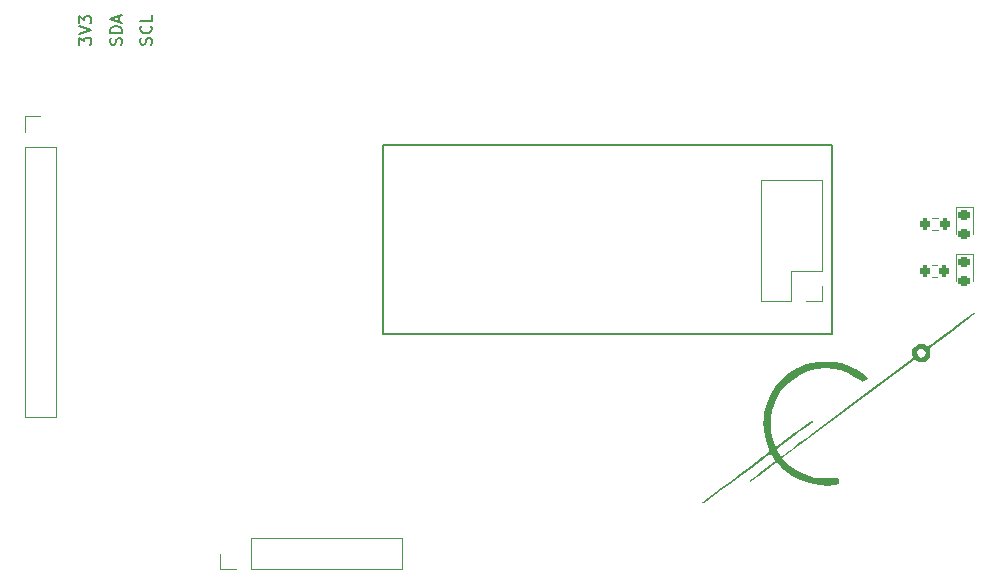
<source format=gto>
G04 #@! TF.GenerationSoftware,KiCad,Pcbnew,7.0.8*
G04 #@! TF.CreationDate,2023-10-30T18:50:45+02:00*
G04 #@! TF.ProjectId,CubeSAT,43756265-5341-4542-9e6b-696361645f70,rev?*
G04 #@! TF.SameCoordinates,Original*
G04 #@! TF.FileFunction,Legend,Top*
G04 #@! TF.FilePolarity,Positive*
%FSLAX46Y46*%
G04 Gerber Fmt 4.6, Leading zero omitted, Abs format (unit mm)*
G04 Created by KiCad (PCBNEW 7.0.8) date 2023-10-30 18:50:45*
%MOMM*%
%LPD*%
G01*
G04 APERTURE LIST*
G04 Aperture macros list*
%AMRoundRect*
0 Rectangle with rounded corners*
0 $1 Rounding radius*
0 $2 $3 $4 $5 $6 $7 $8 $9 X,Y pos of 4 corners*
0 Add a 4 corners polygon primitive as box body*
4,1,4,$2,$3,$4,$5,$6,$7,$8,$9,$2,$3,0*
0 Add four circle primitives for the rounded corners*
1,1,$1+$1,$2,$3*
1,1,$1+$1,$4,$5*
1,1,$1+$1,$6,$7*
1,1,$1+$1,$8,$9*
0 Add four rect primitives between the rounded corners*
20,1,$1+$1,$2,$3,$4,$5,0*
20,1,$1+$1,$4,$5,$6,$7,0*
20,1,$1+$1,$6,$7,$8,$9,0*
20,1,$1+$1,$8,$9,$2,$3,0*%
G04 Aperture macros list end*
%ADD10C,0.150000*%
%ADD11C,0.120000*%
%ADD12RoundRect,0.200000X-0.200000X-0.275000X0.200000X-0.275000X0.200000X0.275000X-0.200000X0.275000X0*%
%ADD13R,1.700000X1.700000*%
%ADD14O,1.700000X1.700000*%
%ADD15C,2.700000*%
%ADD16RoundRect,0.218750X-0.256250X0.218750X-0.256250X-0.218750X0.256250X-0.218750X0.256250X0.218750X0*%
G04 APERTURE END LIST*
D10*
X193902200Y-69200839D02*
X193949819Y-69057982D01*
X193949819Y-69057982D02*
X193949819Y-68819887D01*
X193949819Y-68819887D02*
X193902200Y-68724649D01*
X193902200Y-68724649D02*
X193854580Y-68677030D01*
X193854580Y-68677030D02*
X193759342Y-68629411D01*
X193759342Y-68629411D02*
X193664104Y-68629411D01*
X193664104Y-68629411D02*
X193568866Y-68677030D01*
X193568866Y-68677030D02*
X193521247Y-68724649D01*
X193521247Y-68724649D02*
X193473628Y-68819887D01*
X193473628Y-68819887D02*
X193426009Y-69010363D01*
X193426009Y-69010363D02*
X193378390Y-69105601D01*
X193378390Y-69105601D02*
X193330771Y-69153220D01*
X193330771Y-69153220D02*
X193235533Y-69200839D01*
X193235533Y-69200839D02*
X193140295Y-69200839D01*
X193140295Y-69200839D02*
X193045057Y-69153220D01*
X193045057Y-69153220D02*
X192997438Y-69105601D01*
X192997438Y-69105601D02*
X192949819Y-69010363D01*
X192949819Y-69010363D02*
X192949819Y-68772268D01*
X192949819Y-68772268D02*
X192997438Y-68629411D01*
X193854580Y-67629411D02*
X193902200Y-67677030D01*
X193902200Y-67677030D02*
X193949819Y-67819887D01*
X193949819Y-67819887D02*
X193949819Y-67915125D01*
X193949819Y-67915125D02*
X193902200Y-68057982D01*
X193902200Y-68057982D02*
X193806961Y-68153220D01*
X193806961Y-68153220D02*
X193711723Y-68200839D01*
X193711723Y-68200839D02*
X193521247Y-68248458D01*
X193521247Y-68248458D02*
X193378390Y-68248458D01*
X193378390Y-68248458D02*
X193187914Y-68200839D01*
X193187914Y-68200839D02*
X193092676Y-68153220D01*
X193092676Y-68153220D02*
X192997438Y-68057982D01*
X192997438Y-68057982D02*
X192949819Y-67915125D01*
X192949819Y-67915125D02*
X192949819Y-67819887D01*
X192949819Y-67819887D02*
X192997438Y-67677030D01*
X192997438Y-67677030D02*
X193045057Y-67629411D01*
X193949819Y-66724649D02*
X193949819Y-67200839D01*
X193949819Y-67200839D02*
X192949819Y-67200839D01*
X191372200Y-69210839D02*
X191419819Y-69067982D01*
X191419819Y-69067982D02*
X191419819Y-68829887D01*
X191419819Y-68829887D02*
X191372200Y-68734649D01*
X191372200Y-68734649D02*
X191324580Y-68687030D01*
X191324580Y-68687030D02*
X191229342Y-68639411D01*
X191229342Y-68639411D02*
X191134104Y-68639411D01*
X191134104Y-68639411D02*
X191038866Y-68687030D01*
X191038866Y-68687030D02*
X190991247Y-68734649D01*
X190991247Y-68734649D02*
X190943628Y-68829887D01*
X190943628Y-68829887D02*
X190896009Y-69020363D01*
X190896009Y-69020363D02*
X190848390Y-69115601D01*
X190848390Y-69115601D02*
X190800771Y-69163220D01*
X190800771Y-69163220D02*
X190705533Y-69210839D01*
X190705533Y-69210839D02*
X190610295Y-69210839D01*
X190610295Y-69210839D02*
X190515057Y-69163220D01*
X190515057Y-69163220D02*
X190467438Y-69115601D01*
X190467438Y-69115601D02*
X190419819Y-69020363D01*
X190419819Y-69020363D02*
X190419819Y-68782268D01*
X190419819Y-68782268D02*
X190467438Y-68639411D01*
X191419819Y-68210839D02*
X190419819Y-68210839D01*
X190419819Y-68210839D02*
X190419819Y-67972744D01*
X190419819Y-67972744D02*
X190467438Y-67829887D01*
X190467438Y-67829887D02*
X190562676Y-67734649D01*
X190562676Y-67734649D02*
X190657914Y-67687030D01*
X190657914Y-67687030D02*
X190848390Y-67639411D01*
X190848390Y-67639411D02*
X190991247Y-67639411D01*
X190991247Y-67639411D02*
X191181723Y-67687030D01*
X191181723Y-67687030D02*
X191276961Y-67734649D01*
X191276961Y-67734649D02*
X191372200Y-67829887D01*
X191372200Y-67829887D02*
X191419819Y-67972744D01*
X191419819Y-67972744D02*
X191419819Y-68210839D01*
X191134104Y-67258458D02*
X191134104Y-66782268D01*
X191419819Y-67353696D02*
X190419819Y-67020363D01*
X190419819Y-67020363D02*
X191419819Y-66687030D01*
X187809819Y-69218458D02*
X187809819Y-68599411D01*
X187809819Y-68599411D02*
X188190771Y-68932744D01*
X188190771Y-68932744D02*
X188190771Y-68789887D01*
X188190771Y-68789887D02*
X188238390Y-68694649D01*
X188238390Y-68694649D02*
X188286009Y-68647030D01*
X188286009Y-68647030D02*
X188381247Y-68599411D01*
X188381247Y-68599411D02*
X188619342Y-68599411D01*
X188619342Y-68599411D02*
X188714580Y-68647030D01*
X188714580Y-68647030D02*
X188762200Y-68694649D01*
X188762200Y-68694649D02*
X188809819Y-68789887D01*
X188809819Y-68789887D02*
X188809819Y-69075601D01*
X188809819Y-69075601D02*
X188762200Y-69170839D01*
X188762200Y-69170839D02*
X188714580Y-69218458D01*
X187809819Y-68313696D02*
X188809819Y-67980363D01*
X188809819Y-67980363D02*
X187809819Y-67647030D01*
X187809819Y-67408934D02*
X187809819Y-66789887D01*
X187809819Y-66789887D02*
X188190771Y-67123220D01*
X188190771Y-67123220D02*
X188190771Y-66980363D01*
X188190771Y-66980363D02*
X188238390Y-66885125D01*
X188238390Y-66885125D02*
X188286009Y-66837506D01*
X188286009Y-66837506D02*
X188381247Y-66789887D01*
X188381247Y-66789887D02*
X188619342Y-66789887D01*
X188619342Y-66789887D02*
X188714580Y-66837506D01*
X188714580Y-66837506D02*
X188762200Y-66885125D01*
X188762200Y-66885125D02*
X188809819Y-66980363D01*
X188809819Y-66980363D02*
X188809819Y-67266077D01*
X188809819Y-67266077D02*
X188762200Y-67361315D01*
X188762200Y-67361315D02*
X188714580Y-67408934D01*
X213560000Y-77700000D02*
X251560000Y-77700000D01*
X251560000Y-93700000D01*
X213560000Y-93700000D01*
X213560000Y-77700000D01*
D11*
X259987742Y-87867500D02*
X260462258Y-87867500D01*
X259987742Y-88912500D02*
X260462258Y-88912500D01*
X183170000Y-75245000D02*
X184500000Y-75245000D01*
X183170000Y-76575000D02*
X183170000Y-75245000D01*
X183170000Y-77845000D02*
X183170000Y-100765000D01*
X183170000Y-77845000D02*
X185830000Y-77845000D01*
X183170000Y-100765000D02*
X185830000Y-100765000D01*
X185830000Y-77845000D02*
X185830000Y-100765000D01*
X199730000Y-113630000D02*
X199730000Y-112300000D01*
X201060000Y-113630000D02*
X199730000Y-113630000D01*
X202330000Y-113630000D02*
X215090000Y-113630000D01*
X202330000Y-113630000D02*
X202330000Y-110970000D01*
X215090000Y-113630000D02*
X215090000Y-110970000D01*
X202330000Y-110970000D02*
X215090000Y-110970000D01*
X263475000Y-82925000D02*
X262005000Y-82925000D01*
X262005000Y-82925000D02*
X262005000Y-85210000D01*
X263475000Y-85210000D02*
X263475000Y-82925000D01*
X260037742Y-83857500D02*
X260512258Y-83857500D01*
X260037742Y-84902500D02*
X260512258Y-84902500D01*
X263470000Y-86905000D02*
X262000000Y-86905000D01*
X262000000Y-86905000D02*
X262000000Y-89190000D01*
X263470000Y-89190000D02*
X263470000Y-86905000D01*
G36*
X263658804Y-91898832D02*
G01*
X263616211Y-91954166D01*
X263476035Y-92080760D01*
X263250262Y-92268984D01*
X262950879Y-92509208D01*
X262589872Y-92791803D01*
X262179227Y-93107140D01*
X261768564Y-93417389D01*
X259835580Y-94866783D01*
X259842267Y-95253558D01*
X259836843Y-95491713D01*
X259798464Y-95649912D01*
X259709357Y-95783543D01*
X259652119Y-95846094D01*
X259403415Y-96039913D01*
X259144047Y-96101274D01*
X258854526Y-96033624D01*
X258781531Y-96000134D01*
X258501992Y-95861830D01*
X252921383Y-100040699D01*
X247340774Y-104219568D01*
X247629344Y-104532630D01*
X248008767Y-104879805D01*
X248482834Y-105212811D01*
X249010548Y-105505254D01*
X249411587Y-105680064D01*
X249634271Y-105763069D01*
X249818963Y-105821563D01*
X249997564Y-105859865D01*
X250201979Y-105882290D01*
X250464111Y-105893154D01*
X250815862Y-105896775D01*
X251016423Y-105897196D01*
X252057886Y-105898419D01*
X252094630Y-106068660D01*
X252132158Y-106230607D01*
X252155436Y-106318386D01*
X252146517Y-106387161D01*
X252061856Y-106439161D01*
X251885786Y-106478066D01*
X251602641Y-106507560D01*
X251262934Y-106528135D01*
X250436944Y-106504738D01*
X249632211Y-106356586D01*
X248865643Y-106090365D01*
X248154148Y-105712761D01*
X247514636Y-105230461D01*
X247197549Y-104920672D01*
X246871613Y-104571074D01*
X245786667Y-105387963D01*
X245369861Y-105698917D01*
X245050286Y-105930119D01*
X244818999Y-106087115D01*
X244667053Y-106175446D01*
X244585504Y-106200656D01*
X244565407Y-106168288D01*
X244572636Y-106140275D01*
X244631911Y-106081080D01*
X244783477Y-105954622D01*
X245010096Y-105774580D01*
X245294529Y-105554633D01*
X245619537Y-105308460D01*
X245644415Y-105289810D01*
X245971635Y-105044316D01*
X246260265Y-104827076D01*
X246493026Y-104651152D01*
X246652640Y-104529607D01*
X246721829Y-104475501D01*
X246722939Y-104474479D01*
X246717009Y-104396842D01*
X246649036Y-104258477D01*
X246546048Y-104098896D01*
X246435071Y-103957612D01*
X246343135Y-103874141D01*
X246308293Y-103868283D01*
X246234922Y-103920106D01*
X246067557Y-104042708D01*
X245821080Y-104225046D01*
X245510374Y-104456078D01*
X245150319Y-104724760D01*
X244755799Y-105020052D01*
X244731528Y-105038245D01*
X243945148Y-105627310D01*
X243260720Y-106138865D01*
X242671651Y-106577663D01*
X242171350Y-106948455D01*
X241753226Y-107255994D01*
X241410687Y-107505032D01*
X241137141Y-107700321D01*
X240925996Y-107846612D01*
X240770661Y-107948658D01*
X240664545Y-108011212D01*
X240601054Y-108039024D01*
X240573599Y-108036848D01*
X240573109Y-108036126D01*
X240548289Y-107959405D01*
X240553798Y-107949632D01*
X240611263Y-107906771D01*
X240767481Y-107789842D01*
X241012247Y-107606493D01*
X241335358Y-107364371D01*
X241726611Y-107071122D01*
X242175802Y-106734394D01*
X242672727Y-106361834D01*
X243207185Y-105961089D01*
X243423908Y-105798574D01*
X244085471Y-105301256D01*
X244643719Y-104878746D01*
X245105402Y-104525639D01*
X245477269Y-104236527D01*
X245766071Y-104006005D01*
X245978557Y-103828666D01*
X246121476Y-103699104D01*
X246201578Y-103611912D01*
X246225613Y-103561685D01*
X246224271Y-103555565D01*
X245927208Y-102703930D01*
X245764440Y-101872152D01*
X245735723Y-101058924D01*
X245741349Y-100961421D01*
X245803289Y-100397183D01*
X245916328Y-99890428D01*
X246095866Y-99385148D01*
X246293672Y-98952574D01*
X246726890Y-98220009D01*
X247258307Y-97581427D01*
X247884789Y-97039888D01*
X248603202Y-96598453D01*
X248805402Y-96500112D01*
X249135132Y-96364907D01*
X249396139Y-96364907D01*
X249430188Y-96398955D01*
X249464236Y-96364907D01*
X249430188Y-96330858D01*
X249396139Y-96364907D01*
X249135132Y-96364907D01*
X249334836Y-96283019D01*
X249839827Y-96140734D01*
X250370237Y-96062935D01*
X250975927Y-96039298D01*
X251030456Y-96039445D01*
X251735032Y-96077730D01*
X252362068Y-96190858D01*
X252953508Y-96388314D01*
X253320926Y-96557349D01*
X253559478Y-96687843D01*
X253820566Y-96846555D01*
X254077918Y-97015383D01*
X254305264Y-97176223D01*
X254476332Y-97310976D01*
X254564851Y-97401537D01*
X254571474Y-97419034D01*
X254517020Y-97505114D01*
X254386991Y-97604760D01*
X254231387Y-97688782D01*
X254100206Y-97727987D01*
X254056413Y-97719750D01*
X253433821Y-97306641D01*
X252856314Y-96998736D01*
X252296249Y-96786092D01*
X251725985Y-96658763D01*
X251117879Y-96606806D01*
X250956228Y-96604427D01*
X250215891Y-96668582D01*
X249499686Y-96856748D01*
X248821961Y-97157342D01*
X248197066Y-97558783D01*
X247639348Y-98049489D01*
X247163156Y-98617880D01*
X246782839Y-99252372D01*
X246512745Y-99941385D01*
X246433300Y-100255148D01*
X246360059Y-100769285D01*
X246342015Y-101324675D01*
X246375847Y-101884352D01*
X246458232Y-102411350D01*
X246585847Y-102868702D01*
X246689638Y-103107620D01*
X246781831Y-103283576D01*
X248343486Y-102119915D01*
X248744056Y-101824628D01*
X249108376Y-101562190D01*
X249422615Y-101342073D01*
X249672939Y-101173752D01*
X249845516Y-101066700D01*
X249926513Y-101030391D01*
X249930687Y-101032892D01*
X249941115Y-101057293D01*
X249945723Y-101079232D01*
X249933212Y-101107960D01*
X249892283Y-101152725D01*
X249811635Y-101222776D01*
X249679971Y-101327364D01*
X249485989Y-101475737D01*
X249218392Y-101677145D01*
X248865879Y-101940837D01*
X248417151Y-102276062D01*
X248357667Y-102320514D01*
X247967981Y-102613088D01*
X247616674Y-102879412D01*
X247317820Y-103108610D01*
X247085489Y-103289806D01*
X246933754Y-103412125D01*
X246876685Y-103464689D01*
X246876568Y-103465253D01*
X246908213Y-103540897D01*
X246989065Y-103692546D01*
X247051228Y-103801110D01*
X247225888Y-104099144D01*
X247483001Y-103909237D01*
X247573376Y-103841952D01*
X247764903Y-103698938D01*
X248049708Y-103486086D01*
X248419915Y-103209286D01*
X248867652Y-102874429D01*
X249385042Y-102487406D01*
X249964212Y-102054106D01*
X250597286Y-101580422D01*
X251276391Y-101072243D01*
X251993652Y-100535459D01*
X252741194Y-99975962D01*
X253056278Y-99740123D01*
X258372441Y-95760915D01*
X258335339Y-95401433D01*
X258329189Y-95313887D01*
X258725362Y-95313887D01*
X258780053Y-95493096D01*
X258913232Y-95644094D01*
X259078553Y-95716880D01*
X259099893Y-95717990D01*
X259205300Y-95681903D01*
X259323079Y-95611984D01*
X259446547Y-95457637D01*
X259467437Y-95273364D01*
X259399064Y-95100769D01*
X259254744Y-94981458D01*
X259111816Y-94951904D01*
X258886909Y-95002344D01*
X258756024Y-95147643D01*
X258725362Y-95313887D01*
X258329189Y-95313887D01*
X258320062Y-95183973D01*
X258344389Y-95042081D01*
X258428415Y-94916539D01*
X258539038Y-94801150D01*
X258714333Y-94647897D01*
X258874776Y-94577157D01*
X259077931Y-94560349D01*
X259302102Y-94585023D01*
X259492659Y-94646453D01*
X259530514Y-94668558D01*
X259565988Y-94689092D01*
X259607922Y-94698153D01*
X259664257Y-94690249D01*
X259742935Y-94659888D01*
X259851896Y-94601579D01*
X259999083Y-94509829D01*
X260192436Y-94379146D01*
X260439898Y-94204038D01*
X260749409Y-93979013D01*
X261128910Y-93698580D01*
X261586344Y-93357245D01*
X262129652Y-92949518D01*
X262766774Y-92469905D01*
X263400871Y-91991924D01*
X263556250Y-91897906D01*
X263649931Y-91889409D01*
X263658804Y-91898832D01*
G37*
X250690000Y-90940000D02*
X249360000Y-90940000D01*
X250690000Y-89610000D02*
X250690000Y-90940000D01*
X250690000Y-88340000D02*
X250690000Y-80660000D01*
X250690000Y-88340000D02*
X248090000Y-88340000D01*
X250690000Y-80660000D02*
X245490000Y-80660000D01*
X248090000Y-90940000D02*
X245490000Y-90940000D01*
X248090000Y-88340000D02*
X248090000Y-90940000D01*
X245490000Y-90940000D02*
X245490000Y-80660000D01*
%LPC*%
D12*
X259400000Y-88390000D03*
X261050000Y-88390000D03*
D13*
X184500000Y-76575000D03*
D14*
X184500000Y-79115000D03*
X184500000Y-81655000D03*
X184500000Y-84195000D03*
X184500000Y-86735000D03*
X184500000Y-89275000D03*
X184500000Y-91815000D03*
X184500000Y-94355000D03*
X184500000Y-96895000D03*
X184500000Y-99435000D03*
D13*
X201060000Y-112300000D03*
D14*
X203600000Y-112300000D03*
X206140000Y-112300000D03*
X208680000Y-112300000D03*
X211220000Y-112300000D03*
X213760000Y-112300000D03*
D15*
X183500000Y-63500000D03*
D16*
X262740000Y-83622500D03*
X262740000Y-85197500D03*
D15*
X183500000Y-112500000D03*
D12*
X259450000Y-84380000D03*
X261100000Y-84380000D03*
D15*
X241500000Y-112500000D03*
D16*
X262735000Y-87602500D03*
X262735000Y-89177500D03*
D15*
X241500000Y-63500000D03*
D13*
X249360000Y-89610000D03*
D14*
X246820000Y-89610000D03*
X249360000Y-87070000D03*
X246820000Y-87070000D03*
X249360000Y-84530000D03*
X246820000Y-84530000D03*
X249360000Y-81990000D03*
X246820000Y-81990000D03*
X236640000Y-64850000D03*
X236640000Y-62310000D03*
X234100000Y-64850000D03*
X234100000Y-62310000D03*
X231560000Y-64850000D03*
X231560000Y-62310000D03*
X229020000Y-64850000D03*
X229020000Y-62310000D03*
X226480000Y-64850000D03*
X226480000Y-62310000D03*
X223940000Y-64850000D03*
X223940000Y-62310000D03*
X221400000Y-64850000D03*
X221400000Y-62310000D03*
X218860000Y-64850000D03*
X218860000Y-62310000D03*
X216320000Y-64850000D03*
X216320000Y-62310000D03*
X213780000Y-64850000D03*
X213780000Y-62310000D03*
X211240000Y-64850000D03*
X211240000Y-62310000D03*
X208700000Y-64850000D03*
X208700000Y-62310000D03*
X206160000Y-64850000D03*
X206160000Y-62310000D03*
X203620000Y-64850000D03*
X203620000Y-62310000D03*
X201080000Y-64850000D03*
X201080000Y-62310000D03*
X198540000Y-64850000D03*
X198540000Y-62310000D03*
X196000000Y-64850000D03*
X196000000Y-62310000D03*
X193460000Y-64850000D03*
X193460000Y-62310000D03*
X190920000Y-64850000D03*
X190920000Y-62310000D03*
X188380000Y-64850000D03*
D13*
X188380000Y-62310000D03*
%LPD*%
M02*

</source>
